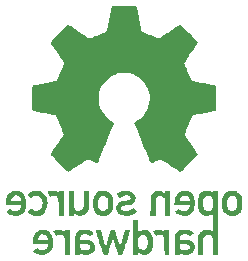
<source format=gbr>
%TF.GenerationSoftware,KiCad,Pcbnew,8.0.6-1.fc41*%
%TF.CreationDate,2024-11-27T18:25:38+08:00*%
%TF.ProjectId,signal_source,7369676e-616c-45f7-936f-757263652e6b,rev?*%
%TF.SameCoordinates,Original*%
%TF.FileFunction,Legend,Bot*%
%TF.FilePolarity,Positive*%
%FSLAX46Y46*%
G04 Gerber Fmt 4.6, Leading zero omitted, Abs format (unit mm)*
G04 Created by KiCad (PCBNEW 8.0.6-1.fc41) date 2024-11-27 18:25:38*
%MOMM*%
%LPD*%
G01*
G04 APERTURE LIST*
%ADD10C,0.000000*%
G04 APERTURE END LIST*
D10*
%TO.C,G\u002A\u002A\u002A*%
G36*
X125091596Y-92265538D02*
G01*
X125048590Y-92424208D01*
X124965162Y-92562444D01*
X124845232Y-92675032D01*
X124692718Y-92756759D01*
X124511536Y-92802408D01*
X124376601Y-92813948D01*
X124188303Y-92804460D01*
X124029404Y-92762610D01*
X123905069Y-92689359D01*
X123830631Y-92626723D01*
X123830631Y-92717546D01*
X123830631Y-92808369D01*
X123624178Y-92801101D01*
X123417724Y-92793832D01*
X123417724Y-91993044D01*
X123417735Y-91927759D01*
X123417782Y-91905458D01*
X123823393Y-91905458D01*
X123838905Y-92071565D01*
X123846847Y-92137096D01*
X123876860Y-92256214D01*
X123925657Y-92335895D01*
X123996229Y-92382043D01*
X124043855Y-92393613D01*
X124140590Y-92402885D01*
X124256973Y-92404555D01*
X124375705Y-92399052D01*
X124479489Y-92386807D01*
X124551026Y-92368248D01*
X124597372Y-92341616D01*
X124662862Y-92266454D01*
X124689595Y-92172192D01*
X124672188Y-92071994D01*
X124657080Y-92041462D01*
X124610876Y-91987194D01*
X124541262Y-91948450D01*
X124441723Y-91923239D01*
X124305741Y-91909572D01*
X124126801Y-91905458D01*
X123823393Y-91905458D01*
X123417782Y-91905458D01*
X123418213Y-91699015D01*
X123420064Y-91513209D01*
X123424186Y-91364665D01*
X123431479Y-91247707D01*
X123442839Y-91156660D01*
X123459167Y-91085847D01*
X123481361Y-91029593D01*
X123510318Y-90982220D01*
X123546939Y-90938055D01*
X123592121Y-90891420D01*
X123608436Y-90875503D01*
X123700244Y-90801764D01*
X123802513Y-90749368D01*
X123924891Y-90715467D01*
X124077025Y-90697215D01*
X124268562Y-90691764D01*
X124397045Y-90692843D01*
X124496898Y-90697444D01*
X124571620Y-90707303D01*
X124634029Y-90724154D01*
X124696940Y-90749732D01*
X124741770Y-90772530D01*
X124834792Y-90832119D01*
X124909069Y-90894415D01*
X124993115Y-90981128D01*
X124918621Y-91042262D01*
X124906270Y-91052282D01*
X124830823Y-91110833D01*
X124753125Y-91168030D01*
X124662121Y-91232665D01*
X124596365Y-91171724D01*
X124549285Y-91138729D01*
X124441809Y-91098804D01*
X124309814Y-91078767D01*
X124167314Y-91080267D01*
X124028323Y-91104950D01*
X123949395Y-91135711D01*
X123890094Y-91187995D01*
X123854959Y-91268908D01*
X123837144Y-91388606D01*
X123824202Y-91549837D01*
X124234067Y-91559054D01*
X124361333Y-91562101D01*
X124480589Y-91566214D01*
X124567212Y-91572103D01*
X124630815Y-91581249D01*
X124681012Y-91595131D01*
X124727414Y-91615229D01*
X124779637Y-91643022D01*
X124788653Y-91648065D01*
X124928091Y-91752440D01*
X125025542Y-91883788D01*
X125081906Y-92043303D01*
X125090264Y-92091650D01*
X125090881Y-92172192D01*
X125091596Y-92265538D01*
G37*
G36*
X121536727Y-91814801D02*
G01*
X121532143Y-91978596D01*
X121523719Y-92126846D01*
X121511539Y-92248093D01*
X121495690Y-92330877D01*
X121479324Y-92379162D01*
X121395189Y-92533571D01*
X121275183Y-92660651D01*
X121127351Y-92753293D01*
X120959739Y-92804390D01*
X120768406Y-92811182D01*
X120584590Y-92768865D01*
X120410033Y-92677448D01*
X120305198Y-92605835D01*
X120297422Y-92699834D01*
X120289646Y-92793832D01*
X120083192Y-92801101D01*
X119876739Y-92808369D01*
X119876739Y-91755310D01*
X120314670Y-91755310D01*
X120314810Y-91806246D01*
X120318406Y-91965355D01*
X120328675Y-92084948D01*
X120348034Y-92173211D01*
X120378897Y-92238332D01*
X120423681Y-92288496D01*
X120484801Y-92331890D01*
X120574491Y-92367561D01*
X120702552Y-92379246D01*
X120772370Y-92376847D01*
X120865308Y-92362786D01*
X120933644Y-92331448D01*
X120993125Y-92277308D01*
X120999372Y-92270164D01*
X121041426Y-92208764D01*
X121071022Y-92133111D01*
X121089950Y-92034328D01*
X121099995Y-91903535D01*
X121102946Y-91731854D01*
X121102909Y-91698599D01*
X121101388Y-91570862D01*
X121096523Y-91479096D01*
X121086792Y-91411729D01*
X121070672Y-91357192D01*
X121046641Y-91303913D01*
X120991562Y-91224036D01*
X120895440Y-91149621D01*
X120781870Y-91109486D01*
X120661495Y-91103776D01*
X120544960Y-91132637D01*
X120442908Y-91196212D01*
X120365983Y-91294648D01*
X120353211Y-91320717D01*
X120336387Y-91367131D01*
X120325228Y-91423870D01*
X120318625Y-91500861D01*
X120315475Y-91608032D01*
X120314670Y-91755310D01*
X119876739Y-91755310D01*
X119876739Y-91330904D01*
X119876739Y-89853438D01*
X120089449Y-89853438D01*
X120302158Y-89853438D01*
X120302158Y-90377263D01*
X120302158Y-90901088D01*
X120426557Y-90817374D01*
X120505298Y-90767879D01*
X120628884Y-90710382D01*
X120751331Y-90684667D01*
X120891013Y-90685518D01*
X121021934Y-90708415D01*
X121186376Y-90776451D01*
X121326384Y-90881551D01*
X121434762Y-91017915D01*
X121504313Y-91179744D01*
X121514933Y-91233334D01*
X121526572Y-91344727D01*
X121534027Y-91486407D01*
X121537383Y-91646918D01*
X121537051Y-91731854D01*
X121536727Y-91814801D01*
G37*
G36*
X116653215Y-92162951D02*
G01*
X116650042Y-92238378D01*
X116611646Y-92410156D01*
X116532191Y-92555996D01*
X116414754Y-92672473D01*
X116262410Y-92756158D01*
X116078236Y-92803624D01*
X115931606Y-92815861D01*
X115749863Y-92804231D01*
X115593993Y-92761576D01*
X115471768Y-92689359D01*
X115397330Y-92626723D01*
X115397330Y-92717546D01*
X115397330Y-92808369D01*
X115190877Y-92801101D01*
X114984424Y-92793832D01*
X114977794Y-92032016D01*
X114976860Y-91905458D01*
X115390605Y-91905458D01*
X115402734Y-92074971D01*
X115415808Y-92187155D01*
X115443725Y-92281741D01*
X115489307Y-92343278D01*
X115556953Y-92380479D01*
X115603159Y-92391547D01*
X115701838Y-92401799D01*
X115819502Y-92404378D01*
X115938992Y-92399625D01*
X116043151Y-92387876D01*
X116114818Y-92369471D01*
X116184970Y-92325902D01*
X116233237Y-92251681D01*
X116248168Y-92144837D01*
X116235879Y-92064356D01*
X116196090Y-92002473D01*
X116124479Y-91957461D01*
X116016725Y-91927515D01*
X115868504Y-91910829D01*
X115675495Y-91905598D01*
X115390605Y-91905458D01*
X114976860Y-91905458D01*
X114976624Y-91873514D01*
X114976323Y-91656349D01*
X114978674Y-91479920D01*
X114984488Y-91338500D01*
X114994576Y-91226363D01*
X115009749Y-91137784D01*
X115030818Y-91067035D01*
X115058595Y-91008390D01*
X115093891Y-90956124D01*
X115137517Y-90904509D01*
X115144654Y-90896717D01*
X115234238Y-90816961D01*
X115338281Y-90759346D01*
X115465341Y-90721229D01*
X115623978Y-90699969D01*
X115822749Y-90692922D01*
X115955523Y-90693502D01*
X116057661Y-90697500D01*
X116132821Y-90706374D01*
X116192811Y-90721551D01*
X116249439Y-90744457D01*
X116257093Y-90748089D01*
X116330365Y-90789505D01*
X116407996Y-90842370D01*
X116478128Y-90897449D01*
X116528903Y-90945508D01*
X116548463Y-90977313D01*
X116546739Y-90981127D01*
X116517775Y-91010070D01*
X116460476Y-91057505D01*
X116384477Y-91115325D01*
X116355339Y-91136593D01*
X116283014Y-91186677D01*
X116237660Y-91210691D01*
X116209945Y-91212518D01*
X116190536Y-91196041D01*
X116123974Y-91142625D01*
X116021771Y-91104560D01*
X115898484Y-91083945D01*
X115767313Y-91081046D01*
X115641456Y-91096128D01*
X115534113Y-91129458D01*
X115458483Y-91181301D01*
X115445270Y-91198978D01*
X115416878Y-91275256D01*
X115401767Y-91393870D01*
X115391500Y-91555113D01*
X115740783Y-91555113D01*
X115804787Y-91555527D01*
X116014859Y-91565040D01*
X116184239Y-91588961D01*
X116319282Y-91629727D01*
X116426346Y-91689774D01*
X116511787Y-91771536D01*
X116581962Y-91877451D01*
X116618994Y-91954124D01*
X116645491Y-92048812D01*
X116651989Y-92144837D01*
X116653215Y-92162951D01*
G37*
G36*
X113089208Y-91664928D02*
G01*
X113090362Y-91696253D01*
X113087800Y-91933624D01*
X113062039Y-92133371D01*
X113011053Y-92302495D01*
X112932816Y-92447994D01*
X112825304Y-92576868D01*
X112706971Y-92675028D01*
X112544268Y-92757077D01*
X112351436Y-92803391D01*
X112233834Y-92813507D01*
X112043710Y-92805978D01*
X111862997Y-92771983D01*
X111709592Y-92714013D01*
X111673553Y-92691971D01*
X111602275Y-92639122D01*
X111528936Y-92576526D01*
X111419960Y-92476076D01*
X111566743Y-92353427D01*
X111581192Y-92341411D01*
X111650803Y-92285229D01*
X111703175Y-92245711D01*
X111727898Y-92230778D01*
X111744073Y-92238006D01*
X111791861Y-92267397D01*
X111857069Y-92311696D01*
X111908148Y-92345467D01*
X111973341Y-92376554D01*
X112047779Y-92393062D01*
X112151840Y-92401177D01*
X112218768Y-92403390D01*
X112304465Y-92399494D01*
X112372548Y-92382942D01*
X112443104Y-92350221D01*
X112495408Y-92316110D01*
X112585542Y-92222194D01*
X112646954Y-92107881D01*
X112669646Y-91989108D01*
X112669646Y-91905458D01*
X112019005Y-91905458D01*
X111368365Y-91905458D01*
X111368554Y-91736542D01*
X111372544Y-91598119D01*
X111387423Y-91479042D01*
X111818808Y-91479042D01*
X111818808Y-91555113D01*
X112244227Y-91555113D01*
X112669646Y-91555113D01*
X112669646Y-91485342D01*
X112667188Y-91460120D01*
X112647086Y-91384846D01*
X112613340Y-91303913D01*
X112584182Y-91255862D01*
X112491598Y-91164636D01*
X112374668Y-91105724D01*
X112245350Y-91082068D01*
X112115600Y-91096613D01*
X111997377Y-91152301D01*
X111964551Y-91179426D01*
X111891014Y-91269999D01*
X111838717Y-91376670D01*
X111818808Y-91479042D01*
X111387423Y-91479042D01*
X111399908Y-91379118D01*
X111454912Y-91194831D01*
X111539537Y-91039531D01*
X111655769Y-90907494D01*
X111700231Y-90868550D01*
X111846314Y-90770595D01*
X112006258Y-90711379D01*
X112194178Y-90685071D01*
X112354489Y-90687222D01*
X112523530Y-90724123D01*
X112675283Y-90802461D01*
X112820434Y-90926355D01*
X112848479Y-90955645D01*
X112938783Y-91066065D01*
X113003939Y-91181025D01*
X113048016Y-91311702D01*
X113075083Y-91469277D01*
X113076243Y-91485342D01*
X113089208Y-91664928D01*
G37*
G36*
X127058808Y-90104697D02*
G01*
X127058808Y-92808369D01*
X126852355Y-92801101D01*
X126645902Y-92793832D01*
X126633389Y-92076147D01*
X126630738Y-91928376D01*
X126627063Y-91749807D01*
X126623210Y-91611303D01*
X126618696Y-91506933D01*
X126613037Y-91430763D01*
X126605749Y-91376860D01*
X126596350Y-91339290D01*
X126584355Y-91312120D01*
X126569282Y-91289418D01*
X126526989Y-91237149D01*
X126443665Y-91165034D01*
X126347031Y-91127779D01*
X126220483Y-91117182D01*
X126141083Y-91120902D01*
X126029732Y-91148314D01*
X125943634Y-91208217D01*
X125870138Y-91307483D01*
X125863145Y-91319873D01*
X125849822Y-91349267D01*
X125839378Y-91385909D01*
X125831364Y-91435915D01*
X125825333Y-91505397D01*
X125820837Y-91600471D01*
X125817429Y-91727250D01*
X125814660Y-91891849D01*
X125812084Y-92100383D01*
X125804078Y-92808312D01*
X125599374Y-92801072D01*
X125394670Y-92793832D01*
X125394670Y-92005557D01*
X125394670Y-91217281D01*
X125464766Y-91074538D01*
X125500912Y-91009317D01*
X125558458Y-90925610D01*
X125612000Y-90866889D01*
X125680196Y-90815267D01*
X125846155Y-90729173D01*
X126021473Y-90686302D01*
X126198241Y-90687053D01*
X126368547Y-90731823D01*
X126524480Y-90821010D01*
X126633389Y-90904142D01*
X126633389Y-90103519D01*
X126633248Y-89990544D01*
X126632362Y-89805109D01*
X126630755Y-89640107D01*
X126628531Y-89501462D01*
X126625795Y-89395097D01*
X126622652Y-89326934D01*
X126619207Y-89302897D01*
X126614702Y-89304125D01*
X126579175Y-89324667D01*
X126525365Y-89362504D01*
X126448249Y-89416626D01*
X126339018Y-89474515D01*
X126228050Y-89504460D01*
X126095360Y-89513479D01*
X125953673Y-89501262D01*
X125783205Y-89447526D01*
X125636586Y-89354903D01*
X125520091Y-89227639D01*
X125439997Y-89069982D01*
X125433307Y-89047373D01*
X125416448Y-88951866D01*
X125403980Y-88821816D01*
X125395905Y-88667772D01*
X125392226Y-88500285D01*
X125392481Y-88439547D01*
X125820480Y-88439547D01*
X125820885Y-88497125D01*
X125829311Y-88675828D01*
X125850074Y-88813254D01*
X125885050Y-88915495D01*
X125936116Y-88988641D01*
X126005149Y-89038781D01*
X126017644Y-89044760D01*
X126099916Y-89072574D01*
X126188771Y-89089630D01*
X126263957Y-89092917D01*
X126387812Y-89071086D01*
X126485332Y-89011121D01*
X126557325Y-88911686D01*
X126604597Y-88771447D01*
X126627955Y-88589069D01*
X126628208Y-88363219D01*
X126614171Y-88197154D01*
X126581909Y-88048260D01*
X126529453Y-87939590D01*
X126453759Y-87867046D01*
X126351783Y-87826526D01*
X126220483Y-87813931D01*
X126123743Y-87819595D01*
X126019251Y-87849959D01*
X125939423Y-87912913D01*
X125872005Y-88015547D01*
X125868173Y-88022995D01*
X125847449Y-88071392D01*
X125833637Y-88126390D01*
X125825418Y-88198845D01*
X125821472Y-88299612D01*
X125820480Y-88439547D01*
X125392481Y-88439547D01*
X125392942Y-88329905D01*
X125398057Y-88167180D01*
X125407571Y-88022661D01*
X125421487Y-87906897D01*
X125439806Y-87830439D01*
X125475599Y-87751911D01*
X125577375Y-87608185D01*
X125707805Y-87498113D01*
X125859426Y-87423783D01*
X126024780Y-87387283D01*
X126196406Y-87390702D01*
X126366843Y-87436128D01*
X126528631Y-87525649D01*
X126633389Y-87601536D01*
X126633389Y-87501280D01*
X126633389Y-87401025D01*
X126846099Y-87401025D01*
X127058808Y-87401025D01*
X127058808Y-88363219D01*
X127058808Y-90104697D01*
G37*
G36*
X122114457Y-90689463D02*
G01*
X122283821Y-90740037D01*
X122435508Y-90831571D01*
X122529350Y-90906831D01*
X122529350Y-90805554D01*
X122529350Y-90704276D01*
X122742059Y-90704276D01*
X122954769Y-90704276D01*
X122954769Y-91756322D01*
X122954769Y-92808369D01*
X122748316Y-92801101D01*
X122541862Y-92793832D01*
X122529350Y-92080631D01*
X122526358Y-91918464D01*
X122521645Y-91723941D01*
X122515281Y-91569934D01*
X122505969Y-91450822D01*
X122492411Y-91360984D01*
X122473311Y-91294800D01*
X122447371Y-91246650D01*
X122413295Y-91210911D01*
X122369784Y-91181964D01*
X122315543Y-91154188D01*
X122209752Y-91116446D01*
X122075372Y-91110675D01*
X121942013Y-91154341D01*
X121914563Y-91168048D01*
X121863511Y-91191540D01*
X121842137Y-91198134D01*
X121838384Y-91193133D01*
X121809800Y-91158668D01*
X121759431Y-91099245D01*
X121694797Y-91023767D01*
X121666744Y-90990249D01*
X121609956Y-90915306D01*
X121574697Y-90857760D01*
X121567227Y-90827254D01*
X121585143Y-90810871D01*
X121639195Y-90777118D01*
X121712860Y-90739485D01*
X121768044Y-90716971D01*
X121938752Y-90681293D01*
X122114457Y-90689463D01*
G37*
G36*
X117337429Y-91429364D02*
G01*
X117357326Y-91501714D01*
X117406048Y-91675123D01*
X117450483Y-91828086D01*
X117488916Y-91955019D01*
X117519627Y-92050338D01*
X117540901Y-92108458D01*
X117551019Y-92123797D01*
X117552422Y-92120506D01*
X117567064Y-92079114D01*
X117594342Y-91997801D01*
X117632200Y-91882834D01*
X117678583Y-91740485D01*
X117731437Y-91577020D01*
X117788705Y-91398709D01*
X118011020Y-90704276D01*
X118167499Y-90704276D01*
X118323978Y-90704276D01*
X118555130Y-91417169D01*
X118577113Y-91484645D01*
X118634161Y-91656692D01*
X118686171Y-91809240D01*
X118731126Y-91936647D01*
X118767007Y-92033271D01*
X118791797Y-92093470D01*
X118803478Y-92111603D01*
X118804138Y-92110638D01*
X118816316Y-92077066D01*
X118839268Y-92002241D01*
X118871173Y-91892516D01*
X118910210Y-91754246D01*
X118954560Y-91593782D01*
X119002400Y-91417478D01*
X119008302Y-91395557D01*
X119055819Y-91220738D01*
X119099612Y-91062451D01*
X119137860Y-90927066D01*
X119168745Y-90820952D01*
X119190444Y-90750477D01*
X119201140Y-90722012D01*
X119207595Y-90718603D01*
X119254166Y-90711625D01*
X119333330Y-90708362D01*
X119432424Y-90709500D01*
X119646694Y-90716788D01*
X119323454Y-91730286D01*
X119285134Y-91850406D01*
X119218455Y-92059264D01*
X119157170Y-92251034D01*
X119102912Y-92420616D01*
X119057314Y-92562910D01*
X119022011Y-92672815D01*
X118998634Y-92745233D01*
X118988819Y-92775064D01*
X118974683Y-92787984D01*
X118912806Y-92801772D01*
X118802346Y-92806345D01*
X118745484Y-92805717D01*
X118669976Y-92800103D01*
X118626861Y-92786559D01*
X118604694Y-92762552D01*
X118604302Y-92761755D01*
X118590719Y-92724265D01*
X118565303Y-92645797D01*
X118530112Y-92533026D01*
X118487206Y-92392622D01*
X118438644Y-92231258D01*
X118386487Y-92055606D01*
X118381931Y-92040171D01*
X118330535Y-91867255D01*
X118283357Y-91710649D01*
X118242358Y-91576701D01*
X118209497Y-91471756D01*
X118186736Y-91402162D01*
X118176034Y-91374267D01*
X118173629Y-91375822D01*
X118158292Y-91410712D01*
X118131461Y-91485829D01*
X118094997Y-91595493D01*
X118050761Y-91734023D01*
X118000615Y-91895738D01*
X117946420Y-92074957D01*
X117731627Y-92793832D01*
X117554403Y-92801156D01*
X117476407Y-92803266D01*
X117410781Y-92799817D01*
X117373814Y-92787343D01*
X117353589Y-92763619D01*
X117347934Y-92749430D01*
X117327852Y-92691852D01*
X117296018Y-92596893D01*
X117254377Y-92470622D01*
X117204877Y-92319108D01*
X117149466Y-92148419D01*
X117090091Y-91964626D01*
X117028699Y-91773797D01*
X116967237Y-91582001D01*
X116907652Y-91395307D01*
X116851892Y-91219785D01*
X116801903Y-91061504D01*
X116759634Y-90926532D01*
X116727030Y-90820939D01*
X116706040Y-90750793D01*
X116698611Y-90722165D01*
X116703457Y-90718437D01*
X116745339Y-90711181D01*
X116820921Y-90706155D01*
X116918911Y-90704276D01*
X117139211Y-90704276D01*
X117337429Y-91429364D01*
G37*
G36*
X113812074Y-90728888D02*
G01*
X113977183Y-90819435D01*
X114096050Y-90904390D01*
X114096050Y-90804333D01*
X114096050Y-90704276D01*
X114308759Y-90704276D01*
X114521468Y-90704276D01*
X114521468Y-91738627D01*
X114521385Y-91841964D01*
X114520652Y-92058287D01*
X114519233Y-92256504D01*
X114517210Y-92431291D01*
X114514670Y-92577324D01*
X114511696Y-92689279D01*
X114508373Y-92761833D01*
X114504785Y-92789662D01*
X114501911Y-92791436D01*
X114461768Y-92799012D01*
X114387819Y-92804335D01*
X114293485Y-92806345D01*
X114098868Y-92806345D01*
X114091203Y-92082410D01*
X114089318Y-91913418D01*
X114086869Y-91738489D01*
X114083953Y-91603063D01*
X114080128Y-91501237D01*
X114074955Y-91427105D01*
X114067991Y-91374763D01*
X114058795Y-91338305D01*
X114046925Y-91311827D01*
X114031942Y-91289424D01*
X114026150Y-91281809D01*
X113920107Y-91179477D01*
X113797933Y-91121129D01*
X113666391Y-91108730D01*
X113532241Y-91144242D01*
X113505932Y-91155944D01*
X113448140Y-91180251D01*
X113418228Y-91190670D01*
X113416178Y-91190521D01*
X113386951Y-91168943D01*
X113339789Y-91118998D01*
X113283241Y-91051630D01*
X113225854Y-90977789D01*
X113176179Y-90908420D01*
X113142762Y-90854471D01*
X113134153Y-90826889D01*
X113152000Y-90810636D01*
X113205951Y-90777047D01*
X113279559Y-90739485D01*
X113292267Y-90733732D01*
X113462221Y-90685189D01*
X113637955Y-90683857D01*
X113812074Y-90728888D01*
G37*
G36*
X129134349Y-88566086D02*
G01*
X129121521Y-88758975D01*
X129093304Y-88916843D01*
X129046947Y-89048817D01*
X128979700Y-89164020D01*
X128888812Y-89271580D01*
X128844407Y-89314168D01*
X128678715Y-89429999D01*
X128491857Y-89502461D01*
X128471182Y-89506997D01*
X128353905Y-89517784D01*
X128214656Y-89513280D01*
X128074011Y-89494943D01*
X127952550Y-89464233D01*
X127918596Y-89450568D01*
X127803976Y-89382997D01*
X127688396Y-89288444D01*
X127587323Y-89180751D01*
X127516225Y-89073760D01*
X127480768Y-88982447D01*
X127445315Y-88829653D01*
X127422729Y-88650917D01*
X127413517Y-88459079D01*
X127413688Y-88452059D01*
X127834572Y-88452059D01*
X127845638Y-88648877D01*
X127881269Y-88811693D01*
X127942770Y-88935269D01*
X128031434Y-89022169D01*
X128148554Y-89074956D01*
X128200686Y-89088583D01*
X128272142Y-89099377D01*
X128337475Y-89091864D01*
X128422651Y-89065112D01*
X128529599Y-89007098D01*
X128625069Y-88908001D01*
X128683725Y-88784969D01*
X128697707Y-88704369D01*
X128706466Y-88587429D01*
X128709297Y-88453369D01*
X128706230Y-88318820D01*
X128697295Y-88200417D01*
X128682522Y-88114791D01*
X128675902Y-88093168D01*
X128611217Y-87971582D01*
X128514151Y-87880634D01*
X128394039Y-87824937D01*
X128260216Y-87809106D01*
X128122017Y-87837755D01*
X128014176Y-87896020D01*
X127932287Y-87982408D01*
X127876529Y-88100731D01*
X127844693Y-88255709D01*
X127834572Y-88452059D01*
X127413688Y-88452059D01*
X127418187Y-88266980D01*
X127437244Y-88087459D01*
X127471197Y-87933356D01*
X127493262Y-87875947D01*
X127568337Y-87750060D01*
X127672120Y-87627830D01*
X127792069Y-87522926D01*
X127915640Y-87449017D01*
X127973100Y-87427174D01*
X128136333Y-87392690D01*
X128314348Y-87385969D01*
X128488229Y-87406849D01*
X128639063Y-87455170D01*
X128697760Y-87486297D01*
X128799072Y-87553170D01*
X128882014Y-87622654D01*
X128924682Y-87667917D01*
X129007791Y-87779903D01*
X129067804Y-87905626D01*
X129107381Y-88053771D01*
X129129177Y-88233021D01*
X129135852Y-88452059D01*
X129135835Y-88453369D01*
X129134349Y-88566086D01*
G37*
G36*
X125099900Y-88376985D02*
G01*
X125099494Y-88584337D01*
X125067853Y-88824955D01*
X125001669Y-89031884D01*
X124901620Y-89204028D01*
X124768384Y-89340290D01*
X124602639Y-89439574D01*
X124405064Y-89500782D01*
X124352164Y-89510008D01*
X124127665Y-89521333D01*
X123912746Y-89484344D01*
X123701993Y-89398249D01*
X123684997Y-89388999D01*
X123607921Y-89340875D01*
X123534401Y-89286774D01*
X123474126Y-89234874D01*
X123436783Y-89193355D01*
X123432061Y-89170393D01*
X123433269Y-89169460D01*
X123461008Y-89146721D01*
X123515223Y-89101665D01*
X123585548Y-89042902D01*
X123728348Y-88923314D01*
X123815898Y-88990091D01*
X123844343Y-89010574D01*
X123995397Y-89085483D01*
X124156485Y-89115656D01*
X124318356Y-89100402D01*
X124471759Y-89039031D01*
X124559620Y-88968509D01*
X124634721Y-88850542D01*
X124675108Y-88698759D01*
X124688058Y-88602207D01*
X124030974Y-88602207D01*
X123373890Y-88602207D01*
X123384972Y-88320680D01*
X123391389Y-88233094D01*
X123805746Y-88233094D01*
X123823397Y-88238365D01*
X123883710Y-88243755D01*
X123979174Y-88248030D01*
X124101785Y-88250847D01*
X124243537Y-88251862D01*
X124285750Y-88251860D01*
X124432178Y-88251576D01*
X124537117Y-88250186D01*
X124607464Y-88246801D01*
X124650119Y-88240534D01*
X124671981Y-88230496D01*
X124679948Y-88215800D01*
X124680919Y-88195557D01*
X124673069Y-88141747D01*
X124635993Y-88043810D01*
X124578008Y-87946746D01*
X124509738Y-87870717D01*
X124498893Y-87861986D01*
X124387003Y-87804523D01*
X124259613Y-87784578D01*
X124130304Y-87800669D01*
X124012654Y-87851314D01*
X123920244Y-87935032D01*
X123888643Y-87986085D01*
X123848577Y-88073444D01*
X123818080Y-88163235D01*
X123805746Y-88233094D01*
X123391389Y-88233094D01*
X123397065Y-88155619D01*
X123428566Y-87984399D01*
X123482259Y-87841935D01*
X123562398Y-87717597D01*
X123673238Y-87600761D01*
X123814333Y-87496664D01*
X123993085Y-87418098D01*
X124183017Y-87382698D01*
X124375880Y-87390933D01*
X124563424Y-87443272D01*
X124737400Y-87540185D01*
X124826078Y-87614629D01*
X124939086Y-87754454D01*
X125021271Y-87925534D01*
X125074315Y-88131750D01*
X125080972Y-88195557D01*
X125099900Y-88376985D01*
G37*
G36*
X119554742Y-87409502D02*
G01*
X119724507Y-87463487D01*
X119867936Y-87545757D01*
X119976965Y-87655418D01*
X119983861Y-87665161D01*
X120057222Y-87812925D01*
X120089332Y-87976806D01*
X120079227Y-88144053D01*
X120025939Y-88301911D01*
X119992156Y-88360582D01*
X119917070Y-88449025D01*
X119818205Y-88517884D01*
X119689132Y-88570190D01*
X119523423Y-88608973D01*
X119314653Y-88637263D01*
X119306497Y-88638111D01*
X119147984Y-88657227D01*
X119032767Y-88678531D01*
X118954391Y-88705115D01*
X118906400Y-88740071D01*
X118882340Y-88786489D01*
X118875754Y-88847462D01*
X118880200Y-88906762D01*
X118912265Y-88988585D01*
X118980800Y-89048010D01*
X119092295Y-89092378D01*
X119274060Y-89120155D01*
X119463506Y-89102968D01*
X119650392Y-89042679D01*
X119824977Y-88941297D01*
X119943030Y-88854638D01*
X120087078Y-89000205D01*
X120231126Y-89145773D01*
X120135263Y-89225722D01*
X120089147Y-89260710D01*
X119967919Y-89335509D01*
X119826999Y-89406637D01*
X119685850Y-89464736D01*
X119563931Y-89500447D01*
X119501286Y-89510102D01*
X119347227Y-89517534D01*
X119179377Y-89508947D01*
X119018581Y-89485894D01*
X118885683Y-89449928D01*
X118854938Y-89437587D01*
X118709020Y-89355303D01*
X118585665Y-89246989D01*
X118498572Y-89124172D01*
X118485271Y-89093378D01*
X118458750Y-88980496D01*
X118450317Y-88848278D01*
X118460343Y-88717181D01*
X118489200Y-88607659D01*
X118495473Y-88593066D01*
X118564283Y-88474861D01*
X118656862Y-88384414D01*
X118779264Y-88318349D01*
X118937538Y-88273291D01*
X119137738Y-88245863D01*
X119242949Y-88235811D01*
X119388478Y-88217552D01*
X119494781Y-88196348D01*
X119568702Y-88170164D01*
X119617089Y-88136970D01*
X119646786Y-88094731D01*
X119664543Y-88046909D01*
X119662090Y-87998538D01*
X119634463Y-87932071D01*
X119590539Y-87870494D01*
X119499799Y-87811141D01*
X119380496Y-87782442D01*
X119239361Y-87784843D01*
X119083122Y-87818789D01*
X118918509Y-87884724D01*
X118748554Y-87968477D01*
X118621693Y-87822040D01*
X118569889Y-87760821D01*
X118529466Y-87701551D01*
X118521853Y-87656443D01*
X118550127Y-87616542D01*
X118617365Y-87572889D01*
X118726643Y-87516530D01*
X118773558Y-87494336D01*
X118968049Y-87426221D01*
X119168451Y-87389974D01*
X119366703Y-87384700D01*
X119554742Y-87409502D01*
G37*
G36*
X118186300Y-88677690D02*
G01*
X118183089Y-88781006D01*
X118176937Y-88856921D01*
X118166940Y-88914495D01*
X118152195Y-88962784D01*
X118131798Y-89010847D01*
X118058393Y-89144373D01*
X117928423Y-89300679D01*
X117767992Y-89417468D01*
X117576241Y-89495490D01*
X117460078Y-89514711D01*
X117310803Y-89516241D01*
X117156417Y-89499147D01*
X117017820Y-89464585D01*
X116902351Y-89407208D01*
X116777424Y-89311242D01*
X116666999Y-89193338D01*
X116585846Y-89067087D01*
X116580435Y-89055695D01*
X116530593Y-88909723D01*
X116497334Y-88732546D01*
X116480704Y-88537217D01*
X116480715Y-88488587D01*
X116905863Y-88488587D01*
X116917673Y-88650545D01*
X116936798Y-88762498D01*
X116978277Y-88888095D01*
X117039845Y-88978359D01*
X117125571Y-89040935D01*
X117136796Y-89046535D01*
X117270937Y-89087114D01*
X117409905Y-89087600D01*
X117540159Y-89049700D01*
X117648155Y-88975118D01*
X117696852Y-88914433D01*
X117736526Y-88828358D01*
X117761041Y-88716656D01*
X117772020Y-88571542D01*
X117771085Y-88385233D01*
X117766925Y-88274340D01*
X117759808Y-88172884D01*
X117748785Y-88101127D01*
X117731991Y-88047795D01*
X117707557Y-88001616D01*
X117702393Y-87993498D01*
X117611592Y-87893298D01*
X117494961Y-87834674D01*
X117349252Y-87815940D01*
X117212018Y-87831756D01*
X117091097Y-87885177D01*
X116997957Y-87977925D01*
X116959429Y-88057088D01*
X116928210Y-88179550D01*
X116909864Y-88327485D01*
X116905863Y-88488587D01*
X116480715Y-88488587D01*
X116480751Y-88336791D01*
X116497521Y-88144323D01*
X116531062Y-87972869D01*
X116581420Y-87835482D01*
X116623070Y-87765662D01*
X116729026Y-87637848D01*
X116858408Y-87525118D01*
X116994511Y-87443334D01*
X117081349Y-87413328D01*
X117234700Y-87388705D01*
X117401290Y-87387461D01*
X117562757Y-87409318D01*
X117700738Y-87453998D01*
X117739292Y-87472747D01*
X117892285Y-87569532D01*
X118010529Y-87690440D01*
X118105732Y-87846827D01*
X118187577Y-88013076D01*
X118187577Y-88451533D01*
X118187472Y-88537916D01*
X118187190Y-88571542D01*
X118186300Y-88677690D01*
G37*
G36*
X114876304Y-88095458D02*
G01*
X114878441Y-88272663D01*
X114880973Y-88440021D01*
X114884028Y-88569037D01*
X114888136Y-88666039D01*
X114893825Y-88737352D01*
X114901626Y-88789303D01*
X114912067Y-88828218D01*
X114925678Y-88860422D01*
X114942990Y-88892244D01*
X114950589Y-88905109D01*
X115037416Y-89008556D01*
X115147590Y-89068734D01*
X115285738Y-89088292D01*
X115318339Y-89087418D01*
X115453921Y-89058833D01*
X115561103Y-88989264D01*
X115641320Y-88877859D01*
X115653331Y-88853391D01*
X115667465Y-88819011D01*
X115678223Y-88779927D01*
X115686066Y-88729663D01*
X115691453Y-88661740D01*
X115694842Y-88569680D01*
X115696695Y-88447006D01*
X115697470Y-88287238D01*
X115697626Y-88083899D01*
X115697626Y-87401025D01*
X115910335Y-87401025D01*
X116123045Y-87401025D01*
X116123045Y-88173642D01*
X116122966Y-88293181D01*
X116122043Y-88506582D01*
X116119504Y-88678760D01*
X116114638Y-88815664D01*
X116106733Y-88923244D01*
X116095077Y-89007450D01*
X116078958Y-89074232D01*
X116057664Y-89129540D01*
X116030483Y-89179324D01*
X115996703Y-89229533D01*
X115930270Y-89306070D01*
X115797961Y-89407487D01*
X115639257Y-89483318D01*
X115628875Y-89486927D01*
X115455178Y-89520397D01*
X115279243Y-89507929D01*
X115111865Y-89451600D01*
X114963835Y-89353484D01*
X114871813Y-89272687D01*
X114871813Y-89387890D01*
X114871813Y-89503094D01*
X114659104Y-89503094D01*
X114446394Y-89503094D01*
X114446394Y-88452059D01*
X114446394Y-87401025D01*
X114657338Y-87401025D01*
X114868282Y-87401025D01*
X114876304Y-88095458D01*
G37*
G36*
X111826788Y-87392593D02*
G01*
X112019401Y-87436205D01*
X112197863Y-87519142D01*
X112354007Y-87641589D01*
X112366711Y-87654631D01*
X112479969Y-87807556D01*
X112564841Y-87993411D01*
X112618899Y-88203091D01*
X112639717Y-88427492D01*
X112624867Y-88657512D01*
X112609093Y-88747130D01*
X112541870Y-88968559D01*
X112439866Y-89154759D01*
X112303706Y-89304975D01*
X112134015Y-89418452D01*
X111931419Y-89494436D01*
X111883028Y-89505417D01*
X111682983Y-89520396D01*
X111478509Y-89490826D01*
X111281309Y-89418082D01*
X111277470Y-89416171D01*
X111178820Y-89360920D01*
X111087470Y-89299701D01*
X111022745Y-89245419D01*
X110939884Y-89159719D01*
X111094862Y-89019472D01*
X111249840Y-88879225D01*
X111346450Y-88961920D01*
X111454454Y-89034860D01*
X111597043Y-89085210D01*
X111743085Y-89094101D01*
X111883467Y-89062490D01*
X112009076Y-88991336D01*
X112110798Y-88881595D01*
X112128602Y-88852300D01*
X112179246Y-88722072D01*
X112207320Y-88566002D01*
X112212094Y-88399213D01*
X112192836Y-88236829D01*
X112148817Y-88093974D01*
X112110458Y-88023368D01*
X112013564Y-87915604D01*
X111892436Y-87843009D01*
X111756119Y-87807326D01*
X111613657Y-87810301D01*
X111474093Y-87853677D01*
X111346473Y-87939201D01*
X111253050Y-88023603D01*
X111096505Y-87884158D01*
X110939961Y-87744712D01*
X111009681Y-87671940D01*
X111078164Y-87607711D01*
X111245712Y-87495866D01*
X111431777Y-87422608D01*
X111628191Y-87388122D01*
X111826788Y-87392593D01*
G37*
G36*
X110838126Y-88420525D02*
G01*
X110827242Y-88653708D01*
X110785806Y-88875906D01*
X110714000Y-89072856D01*
X110628654Y-89207723D01*
X110493796Y-89339899D01*
X110327957Y-89440159D01*
X110138861Y-89502730D01*
X110125100Y-89505431D01*
X109986510Y-89517681D01*
X109826794Y-89511638D01*
X109667983Y-89489144D01*
X109532111Y-89452039D01*
X109468708Y-89423263D01*
X109363950Y-89360763D01*
X109273294Y-89290998D01*
X109153685Y-89182043D01*
X109264341Y-89086066D01*
X109326497Y-89032281D01*
X109393861Y-88977043D01*
X109440039Y-88948628D01*
X109475169Y-88943688D01*
X109509393Y-88958877D01*
X109552851Y-88990849D01*
X109582322Y-89011840D01*
X109724161Y-89081243D01*
X109878435Y-89114075D01*
X110031603Y-89108739D01*
X110170128Y-89063639D01*
X110262320Y-88993592D01*
X110341313Y-88893344D01*
X110391303Y-88782858D01*
X110402109Y-88745657D01*
X110414807Y-88699747D01*
X110418611Y-88664787D01*
X110408377Y-88639295D01*
X110378962Y-88621789D01*
X110325222Y-88610789D01*
X110242015Y-88604812D01*
X110124196Y-88602377D01*
X109966623Y-88602002D01*
X109764153Y-88602207D01*
X109110877Y-88602207D01*
X109120358Y-88308167D01*
X109122593Y-88251862D01*
X109535997Y-88251862D01*
X109976713Y-88251862D01*
X110102206Y-88251011D01*
X110228142Y-88248177D01*
X110327979Y-88243713D01*
X110393736Y-88237990D01*
X110417429Y-88231379D01*
X110416942Y-88219173D01*
X110399057Y-88135870D01*
X110362091Y-88039983D01*
X110315191Y-87952157D01*
X110267505Y-87893033D01*
X110170601Y-87828314D01*
X110039290Y-87784930D01*
X109908978Y-87784803D01*
X109787449Y-87825034D01*
X109682493Y-87902724D01*
X109601894Y-88014974D01*
X109553439Y-88158884D01*
X109535997Y-88251862D01*
X109122593Y-88251862D01*
X109124574Y-88201960D01*
X109132487Y-88094855D01*
X109145176Y-88013969D01*
X109164963Y-87945711D01*
X109194172Y-87876493D01*
X109195982Y-87872650D01*
X109300211Y-87708242D01*
X109442474Y-87566701D01*
X109612545Y-87458248D01*
X109691270Y-87423182D01*
X109765596Y-87401530D01*
X109851215Y-87391280D01*
X109967431Y-87388647D01*
X109999053Y-87388725D01*
X110102896Y-87392236D01*
X110182071Y-87404150D01*
X110256886Y-87428848D01*
X110347646Y-87470716D01*
X110424710Y-87512638D01*
X110546733Y-87605166D01*
X110644567Y-87723843D01*
X110729324Y-87880599D01*
X110767504Y-87978261D01*
X110818275Y-88190622D01*
X110821794Y-88231379D01*
X110838126Y-88420525D01*
G37*
G36*
X122256002Y-87409532D02*
G01*
X122408794Y-87468994D01*
X122535606Y-87563421D01*
X122604424Y-87633071D01*
X122604424Y-87517048D01*
X122604424Y-87401025D01*
X122817133Y-87401025D01*
X123029843Y-87401025D01*
X123029843Y-88452059D01*
X123029843Y-89503094D01*
X122817133Y-89503094D01*
X122604424Y-89503094D01*
X122604424Y-88820219D01*
X122604361Y-88674937D01*
X122603825Y-88502342D01*
X122602353Y-88368838D01*
X122599485Y-88267944D01*
X122594761Y-88193174D01*
X122587722Y-88138047D01*
X122577908Y-88096079D01*
X122564860Y-88060787D01*
X122548119Y-88025687D01*
X122513448Y-87971130D01*
X122421819Y-87883539D01*
X122309314Y-87823684D01*
X122192471Y-87801968D01*
X122166007Y-87803330D01*
X122044911Y-87835422D01*
X121933579Y-87902035D01*
X121851296Y-87992405D01*
X121850094Y-87994340D01*
X121832752Y-88023721D01*
X121819115Y-88053568D01*
X121808659Y-88090079D01*
X121800862Y-88139451D01*
X121795200Y-88207882D01*
X121791150Y-88301570D01*
X121788188Y-88426712D01*
X121785792Y-88589505D01*
X121783438Y-88796148D01*
X121775752Y-89503094D01*
X121562883Y-89503094D01*
X121350014Y-89503094D01*
X121357860Y-88708562D01*
X121358552Y-88640500D01*
X121361130Y-88427746D01*
X121364123Y-88257767D01*
X121367860Y-88124881D01*
X121372667Y-88023407D01*
X121378872Y-87947661D01*
X121386801Y-87891963D01*
X121396783Y-87850630D01*
X121409143Y-87817980D01*
X121472724Y-87702456D01*
X121594890Y-87561318D01*
X121748384Y-87458655D01*
X121754077Y-87455893D01*
X121917412Y-87401488D01*
X122088465Y-87386532D01*
X122256002Y-87409532D01*
G37*
G36*
X113113822Y-87386019D02*
G01*
X113227434Y-87407078D01*
X113356694Y-87457565D01*
X113489202Y-87542888D01*
X113570532Y-87603769D01*
X113570532Y-87502397D01*
X113570532Y-87401025D01*
X113783242Y-87401025D01*
X113995951Y-87401025D01*
X113995951Y-88452059D01*
X113995951Y-89503094D01*
X113783242Y-89503094D01*
X113570532Y-89503094D01*
X113570532Y-88814112D01*
X113570516Y-88756169D01*
X113569844Y-88545784D01*
X113567491Y-88378028D01*
X113562499Y-88246929D01*
X113553914Y-88146512D01*
X113540781Y-88070805D01*
X113522145Y-88013834D01*
X113497051Y-87969626D01*
X113464544Y-87932209D01*
X113423668Y-87895608D01*
X113396513Y-87874763D01*
X113277049Y-87820325D01*
X113144389Y-87811672D01*
X113005853Y-87849609D01*
X112959159Y-87868283D01*
X112899921Y-87884942D01*
X112870192Y-87883308D01*
X112866281Y-87878586D01*
X112835482Y-87841917D01*
X112783735Y-87780602D01*
X112719770Y-87704987D01*
X112585134Y-87545994D01*
X112646158Y-87498456D01*
X112715809Y-87456241D01*
X112841144Y-87410778D01*
X112980530Y-87385757D01*
X113113822Y-87386019D01*
G37*
G36*
X119384179Y-71760777D02*
G01*
X119589086Y-71761336D01*
X119753561Y-71762508D01*
X119882342Y-71764492D01*
X119980166Y-71767488D01*
X120051772Y-71771695D01*
X120101898Y-71777312D01*
X120135282Y-71784540D01*
X120156663Y-71793577D01*
X120170779Y-71804623D01*
X120178077Y-71815217D01*
X120194324Y-71856223D01*
X120214500Y-71927495D01*
X120239299Y-72032221D01*
X120269417Y-72173587D01*
X120305547Y-72354781D01*
X120348386Y-72578990D01*
X120398629Y-72849402D01*
X120403834Y-72877690D01*
X120450110Y-73127456D01*
X120488924Y-73332835D01*
X120521285Y-73498292D01*
X120548200Y-73628294D01*
X120570677Y-73727306D01*
X120589724Y-73799792D01*
X120606349Y-73850219D01*
X120621559Y-73883052D01*
X120636363Y-73902755D01*
X120647787Y-73911275D01*
X120704061Y-73941993D01*
X120796406Y-73986025D01*
X120917379Y-74040325D01*
X121059538Y-74101846D01*
X121215442Y-74167541D01*
X121377649Y-74234362D01*
X121538716Y-74299263D01*
X121691202Y-74359196D01*
X121827665Y-74411115D01*
X121940664Y-74451973D01*
X122022755Y-74478722D01*
X122066498Y-74488315D01*
X122081218Y-74485039D01*
X122136887Y-74458701D01*
X122228343Y-74405508D01*
X122356482Y-74324889D01*
X122522202Y-74216270D01*
X122726401Y-74079081D01*
X122969976Y-73912749D01*
X123004898Y-73888783D01*
X123196278Y-73758534D01*
X123371691Y-73640964D01*
X123526973Y-73538755D01*
X123657960Y-73454591D01*
X123760488Y-73391152D01*
X123830393Y-73351122D01*
X123863510Y-73337182D01*
X123873056Y-73340175D01*
X123918165Y-73370976D01*
X123990617Y-73431435D01*
X124085865Y-73516976D01*
X124199360Y-73623022D01*
X124326552Y-73744997D01*
X124462893Y-73878323D01*
X124603835Y-74018424D01*
X124744828Y-74160723D01*
X124881323Y-74300644D01*
X125008773Y-74433609D01*
X125122627Y-74555043D01*
X125218338Y-74660368D01*
X125291356Y-74745008D01*
X125337134Y-74804386D01*
X125351121Y-74833925D01*
X125348861Y-74839331D01*
X125324046Y-74882040D01*
X125274855Y-74959758D01*
X125204398Y-75067783D01*
X125115788Y-75201412D01*
X125012136Y-75355943D01*
X124896553Y-75526675D01*
X124772152Y-75708905D01*
X124731906Y-75767740D01*
X124610583Y-75946603D01*
X124499601Y-76112440D01*
X124401995Y-76260568D01*
X124320798Y-76386308D01*
X124259044Y-76484979D01*
X124219767Y-76551899D01*
X124206000Y-76582389D01*
X124206079Y-76583945D01*
X124217628Y-76625083D01*
X124246656Y-76704129D01*
X124290126Y-76814071D01*
X124344997Y-76947896D01*
X124408233Y-77098593D01*
X124476794Y-77259149D01*
X124547643Y-77422551D01*
X124617740Y-77581788D01*
X124684047Y-77729847D01*
X124743526Y-77859716D01*
X124793139Y-77964382D01*
X124829846Y-78036834D01*
X124850610Y-78070059D01*
X124873079Y-78082027D01*
X124934576Y-78101589D01*
X125035196Y-78126758D01*
X125177002Y-78157983D01*
X125362053Y-78195714D01*
X125592412Y-78240401D01*
X125870138Y-78292493D01*
X125933465Y-78304261D01*
X126145043Y-78344179D01*
X126340148Y-78381892D01*
X126513318Y-78416285D01*
X126659089Y-78446240D01*
X126771999Y-78470642D01*
X126846583Y-78488374D01*
X126877380Y-78498319D01*
X126881719Y-78508099D01*
X126889475Y-78561911D01*
X126896064Y-78656062D01*
X126901488Y-78784100D01*
X126905750Y-78939571D01*
X126908852Y-79116023D01*
X126910796Y-79307003D01*
X126911585Y-79506057D01*
X126911222Y-79706733D01*
X126909708Y-79902576D01*
X126907046Y-80087136D01*
X126903238Y-80253957D01*
X126898287Y-80396588D01*
X126892196Y-80508575D01*
X126884965Y-80583465D01*
X126876599Y-80614806D01*
X126874507Y-80616038D01*
X126835249Y-80627932D01*
X126753303Y-80647443D01*
X126634225Y-80673413D01*
X126483574Y-80704685D01*
X126306906Y-80740101D01*
X126109779Y-80778502D01*
X125897750Y-80818732D01*
X125860608Y-80825699D01*
X125650210Y-80865592D01*
X125455266Y-80903254D01*
X125281403Y-80937549D01*
X125134250Y-80967340D01*
X125019435Y-80991492D01*
X124942588Y-81008866D01*
X124909336Y-81018328D01*
X124897614Y-81034686D01*
X124868168Y-81092451D01*
X124825403Y-81185219D01*
X124772047Y-81306336D01*
X124710829Y-81449144D01*
X124644474Y-81606990D01*
X124575711Y-81773218D01*
X124507268Y-81941172D01*
X124441871Y-82104197D01*
X124382249Y-82255637D01*
X124331128Y-82388837D01*
X124291236Y-82497141D01*
X124265301Y-82573895D01*
X124256050Y-82612442D01*
X124256444Y-82614557D01*
X124274645Y-82649998D01*
X124317754Y-82721033D01*
X124382675Y-82822916D01*
X124466315Y-82950903D01*
X124565578Y-83100252D01*
X124677369Y-83266216D01*
X124798592Y-83444053D01*
X124817991Y-83472372D01*
X124938437Y-83649261D01*
X125049362Y-83813943D01*
X125147603Y-83961596D01*
X125229996Y-84087396D01*
X125293379Y-84186522D01*
X125334589Y-84254150D01*
X125350462Y-84285458D01*
X125344953Y-84305602D01*
X125319939Y-84343546D01*
X125272869Y-84400949D01*
X125201400Y-84480339D01*
X125103186Y-84584246D01*
X124975880Y-84715201D01*
X124817138Y-84875734D01*
X124624615Y-85068373D01*
X124464031Y-85228092D01*
X124304837Y-85385294D01*
X124174984Y-85511849D01*
X124071422Y-85610540D01*
X123991103Y-85684151D01*
X123930977Y-85735466D01*
X123887995Y-85767267D01*
X123859108Y-85782338D01*
X123841267Y-85783463D01*
X123841130Y-85783412D01*
X123809554Y-85765259D01*
X123741757Y-85722025D01*
X123642668Y-85656993D01*
X123517217Y-85573445D01*
X123370334Y-85474665D01*
X123206949Y-85363935D01*
X123031991Y-85244538D01*
X122970471Y-85202501D01*
X122762519Y-85061897D01*
X122584108Y-84943741D01*
X122437431Y-84849422D01*
X122324681Y-84780330D01*
X122248052Y-84737856D01*
X122209735Y-84723389D01*
X122187601Y-84728006D01*
X122122234Y-84752422D01*
X122027561Y-84794269D01*
X121912538Y-84849517D01*
X121786119Y-84914132D01*
X121672156Y-84973564D01*
X121564935Y-85027350D01*
X121489614Y-85061363D01*
X121439665Y-85078181D01*
X121408558Y-85080380D01*
X121389765Y-85070536D01*
X121381618Y-85057022D01*
X121354643Y-85000709D01*
X121312087Y-84905576D01*
X121255792Y-84776095D01*
X121187600Y-84616736D01*
X121109354Y-84431971D01*
X121022895Y-84226271D01*
X120930064Y-84004107D01*
X120832704Y-83769949D01*
X120732656Y-83528269D01*
X120631763Y-83283538D01*
X120531865Y-83040227D01*
X120434806Y-82802807D01*
X120342426Y-82575749D01*
X120256568Y-82363524D01*
X120179074Y-82170603D01*
X120111785Y-82001457D01*
X120056543Y-81860558D01*
X120015190Y-81752375D01*
X119989568Y-81681381D01*
X119981519Y-81652046D01*
X119996272Y-81630563D01*
X120045947Y-81584779D01*
X120121757Y-81525494D01*
X120214619Y-81460184D01*
X120250243Y-81435799D01*
X120427714Y-81299461D01*
X120601750Y-81143320D01*
X120762008Y-80977899D01*
X120898143Y-80813722D01*
X120999811Y-80661314D01*
X121026858Y-80612221D01*
X121162381Y-80309388D01*
X121250519Y-79999003D01*
X121291921Y-79685377D01*
X121287236Y-79372817D01*
X121237115Y-79065634D01*
X121142205Y-78768138D01*
X121003158Y-78484638D01*
X120820621Y-78219444D01*
X120595246Y-77976866D01*
X120427499Y-77835664D01*
X120160299Y-77662768D01*
X119874475Y-77533192D01*
X119574732Y-77447456D01*
X119265774Y-77406078D01*
X118952304Y-77409575D01*
X118639027Y-77458467D01*
X118330646Y-77553270D01*
X118031866Y-77694504D01*
X117981434Y-77724700D01*
X117819357Y-77841816D01*
X117652909Y-77987851D01*
X117494524Y-78150363D01*
X117356641Y-78316907D01*
X117251696Y-78475043D01*
X117110791Y-78772293D01*
X117014428Y-79085637D01*
X116966004Y-79404986D01*
X116965519Y-79726263D01*
X117012973Y-80045391D01*
X117108365Y-80358292D01*
X117251696Y-80660889D01*
X117264965Y-80683672D01*
X117373225Y-80839380D01*
X117514739Y-81005112D01*
X117679364Y-81170561D01*
X117856959Y-81325419D01*
X118037381Y-81459379D01*
X118110939Y-81510823D01*
X118191227Y-81572312D01*
X118247428Y-81621882D01*
X118270482Y-81652046D01*
X118267589Y-81665340D01*
X118248306Y-81721335D01*
X118212603Y-81816186D01*
X118162323Y-81945420D01*
X118099308Y-82104566D01*
X118025398Y-82289155D01*
X117942438Y-82494714D01*
X117852267Y-82716773D01*
X117756729Y-82950861D01*
X117657665Y-83192507D01*
X117556918Y-83437239D01*
X117456329Y-83680586D01*
X117357740Y-83918079D01*
X117262993Y-84145245D01*
X117173930Y-84357613D01*
X117092393Y-84550714D01*
X117020224Y-84720074D01*
X116959266Y-84861224D01*
X116911359Y-84969693D01*
X116878346Y-85041009D01*
X116862069Y-85070702D01*
X116847156Y-85079741D01*
X116818818Y-85079943D01*
X116772936Y-85066074D01*
X116702966Y-85035560D01*
X116602366Y-84985826D01*
X116464593Y-84914298D01*
X116383081Y-84872262D01*
X116262792Y-84813161D01*
X116159649Y-84765968D01*
X116082581Y-84734704D01*
X116040520Y-84723389D01*
X116032575Y-84724922D01*
X115982112Y-84748500D01*
X115894347Y-84799343D01*
X115771734Y-84875892D01*
X115616732Y-84976589D01*
X115431797Y-85099876D01*
X115219386Y-85244194D01*
X115217791Y-85245287D01*
X115042986Y-85364599D01*
X114879799Y-85475230D01*
X114733160Y-85573892D01*
X114608002Y-85657299D01*
X114509257Y-85722164D01*
X114441857Y-85765200D01*
X114410734Y-85783119D01*
X114395547Y-85782950D01*
X114368439Y-85770020D01*
X114327821Y-85740883D01*
X114270627Y-85692740D01*
X114193791Y-85622791D01*
X114094247Y-85528237D01*
X113968931Y-85406276D01*
X113814775Y-85254111D01*
X113628714Y-85068940D01*
X113555474Y-84995660D01*
X113402515Y-84841311D01*
X113262889Y-84698662D01*
X113140314Y-84571620D01*
X113038507Y-84464091D01*
X112961185Y-84379982D01*
X112912066Y-84323201D01*
X112894867Y-84297655D01*
X112895204Y-84295787D01*
X112913103Y-84261140D01*
X112956001Y-84190880D01*
X113020791Y-84089747D01*
X113104364Y-83962480D01*
X113203613Y-83813819D01*
X113315431Y-83648504D01*
X113436708Y-83471275D01*
X113454227Y-83445798D01*
X113574927Y-83269236D01*
X113686180Y-83104744D01*
X113784800Y-82957159D01*
X113867598Y-82831317D01*
X113931389Y-82732057D01*
X113972985Y-82664217D01*
X113989200Y-82632634D01*
X113986707Y-82612920D01*
X113968484Y-82549803D01*
X113935353Y-82452001D01*
X113890000Y-82326303D01*
X113835108Y-82179497D01*
X113773363Y-82018372D01*
X113707449Y-81849716D01*
X113640050Y-81680317D01*
X113573850Y-81516963D01*
X113511536Y-81366442D01*
X113455790Y-81235544D01*
X113409297Y-81131056D01*
X113374743Y-81059766D01*
X113354811Y-81028463D01*
X113344367Y-81022534D01*
X113288534Y-81002955D01*
X113202435Y-80980492D01*
X113099906Y-80958920D01*
X113091313Y-80957312D01*
X113003525Y-80940926D01*
X112876378Y-80917239D01*
X112718519Y-80887862D01*
X112538597Y-80854402D01*
X112345261Y-80818468D01*
X112147157Y-80781669D01*
X112087191Y-80770461D01*
X111904600Y-80735404D01*
X111739184Y-80702282D01*
X111597364Y-80672472D01*
X111485556Y-80647349D01*
X111410178Y-80628290D01*
X111377650Y-80616671D01*
X111373246Y-80607120D01*
X111365032Y-80553457D01*
X111357965Y-80459372D01*
X111352054Y-80331326D01*
X111347307Y-80175779D01*
X111343735Y-79999193D01*
X111341346Y-79808029D01*
X111340149Y-79608748D01*
X111340155Y-79407812D01*
X111341371Y-79211680D01*
X111343808Y-79026815D01*
X111347475Y-78859678D01*
X111352380Y-78716729D01*
X111358533Y-78604430D01*
X111365944Y-78529242D01*
X111374621Y-78497625D01*
X111378685Y-78495579D01*
X111422663Y-78483139D01*
X111508858Y-78463263D01*
X111631808Y-78437068D01*
X111786046Y-78405674D01*
X111966111Y-78370198D01*
X112166538Y-78331758D01*
X112381862Y-78291473D01*
X112584029Y-78253772D01*
X112830042Y-78206635D01*
X113029715Y-78166611D01*
X113184867Y-78133304D01*
X113297318Y-78106319D01*
X113368886Y-78085261D01*
X113401391Y-78069733D01*
X113402486Y-78068586D01*
X113424720Y-78031784D01*
X113462644Y-77956349D01*
X113513221Y-77849296D01*
X113573408Y-77717636D01*
X113640167Y-77568383D01*
X113710457Y-77408551D01*
X113781239Y-77245154D01*
X113849471Y-77085203D01*
X113912115Y-76935713D01*
X113966130Y-76803698D01*
X114008476Y-76696169D01*
X114036112Y-76620141D01*
X114046000Y-76582628D01*
X114044582Y-76577207D01*
X114022400Y-76534714D01*
X113975669Y-76457274D01*
X113907424Y-76349565D01*
X113820698Y-76216268D01*
X113718526Y-76062063D01*
X113603942Y-75891630D01*
X113479981Y-75709647D01*
X113440731Y-75652317D01*
X113318726Y-75473146D01*
X113206499Y-75306907D01*
X113107164Y-75158308D01*
X113023835Y-75032054D01*
X112959624Y-74932852D01*
X112917645Y-74865408D01*
X112901012Y-74834429D01*
X112900578Y-74829278D01*
X112909516Y-74805092D01*
X112935997Y-74766106D01*
X112982646Y-74709458D01*
X113052090Y-74632283D01*
X113146956Y-74531718D01*
X113269869Y-74404899D01*
X113423457Y-74248963D01*
X113610347Y-74061046D01*
X113797081Y-73874778D01*
X113969561Y-73704940D01*
X114110482Y-73568980D01*
X114221281Y-73465562D01*
X114303393Y-73393348D01*
X114358254Y-73351001D01*
X114387300Y-73337182D01*
X114393466Y-73338674D01*
X114437983Y-73361172D01*
X114517485Y-73408418D01*
X114627404Y-73477465D01*
X114763171Y-73565369D01*
X114920217Y-73669181D01*
X115093972Y-73785957D01*
X115279868Y-73912749D01*
X115336942Y-73951901D01*
X115577746Y-74115677D01*
X115778626Y-74249745D01*
X115939534Y-74354074D01*
X116060422Y-74428632D01*
X116141241Y-74473389D01*
X116181945Y-74488315D01*
X116204682Y-74484157D01*
X116272489Y-74463134D01*
X116373825Y-74427027D01*
X116501392Y-74378833D01*
X116647894Y-74321548D01*
X116806031Y-74258169D01*
X116968505Y-74191691D01*
X117128019Y-74125112D01*
X117277275Y-74061426D01*
X117408975Y-74003630D01*
X117515820Y-73954722D01*
X117590513Y-73917696D01*
X117625756Y-73895549D01*
X117629888Y-73890034D01*
X117645825Y-73852435D01*
X117666051Y-73782574D01*
X117691186Y-73677593D01*
X117721851Y-73534636D01*
X117758668Y-73350846D01*
X117802258Y-73123366D01*
X117853241Y-72849340D01*
X117881098Y-72698749D01*
X117927320Y-72453467D01*
X117966504Y-72252679D01*
X117999347Y-72093198D01*
X118026544Y-71971834D01*
X118048792Y-71885399D01*
X118066786Y-71830704D01*
X118081222Y-71804562D01*
X118081496Y-71804288D01*
X118095745Y-71793304D01*
X118117406Y-71784322D01*
X118151216Y-71777142D01*
X118201912Y-71771566D01*
X118274231Y-71767395D01*
X118372912Y-71764428D01*
X118502692Y-71762468D01*
X118668309Y-71761314D01*
X118874499Y-71760768D01*
X119126000Y-71760631D01*
X119134100Y-71760631D01*
X119384179Y-71760777D01*
G37*
%TD*%
M02*

</source>
